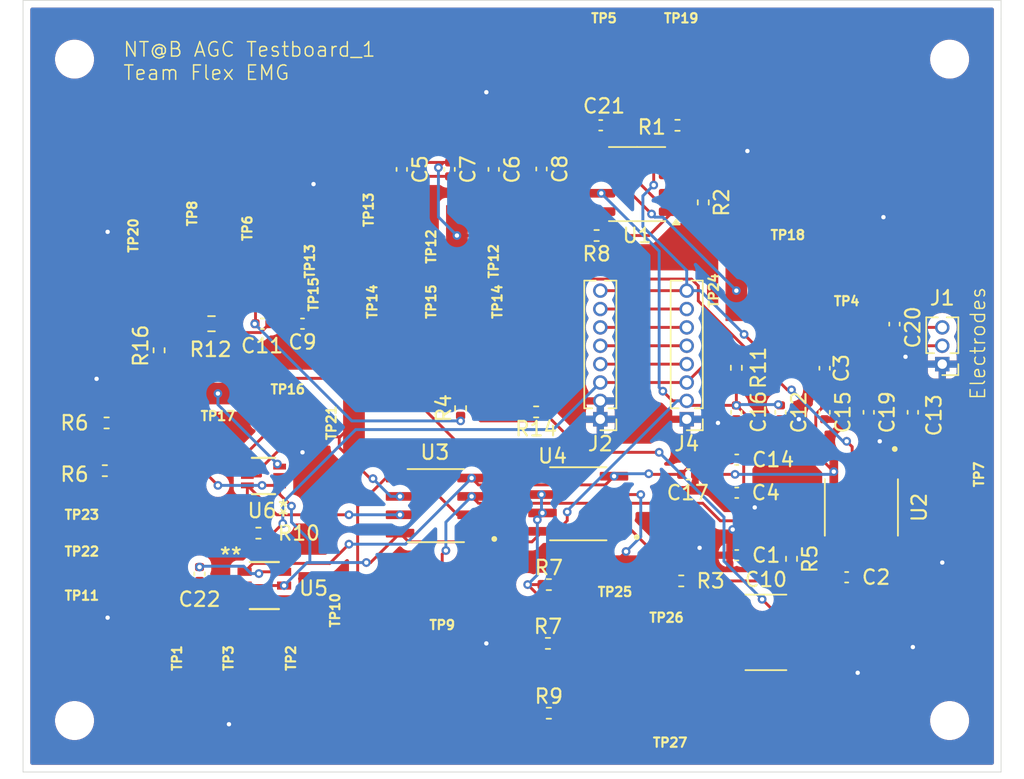
<source format=kicad_pcb>
(kicad_pcb (version 20240108) (generator "pcbnew") (generator_version "8.0")
  (layers (0 "F.Cu" signal) (31 "B.Cu" signal) (34 "B.Paste" user) (35 "F.Paste" user) (36 "B.SilkS" user "B.Silkscreen") (37 "F.SilkS" user "F.Silkscreen") (38 "B.Mask" user) (39 "F.Mask" user) (44 "Edge.Cuts" user))
  (net 0 "")
  (net 1 "GND")
  (net 2 "SK11")
  (net 3 "SK01")
  (net 4 "/LPF_IN-_CH0")
  (net 5 "-VDD")
  (net 6 "/IA_OUT_CH0")
  (net 7 "/HPF_OUT_CH0")
  (net 8 "unconnected-(C9-Pad2)")
  (net 9 "unconnected-(TP24-Pad1)")
  (net 10 "NOTCH_OUT_CH0")
  (net 11 "E2_CH0")
  (net 12 "Net-(C20-Pad1)")
  (net 13 "Net-(C21-Pad1)")
  (net 14 "E1_CH0")
  (net 15 "AOUT_CH1")
  (net 16 "AOUT_CH2")
  (net 17 "AOUT_CH0")
  (net 18 "AOUT_CH4")
  (net 19 "AOUT_CH3")
  (net 20 "/IA_IN+_CH0")
  (net 21 "/IA_IN-_CH0")
  (net 22 "SK00")
  (net 23 "unconnected-(R8-Pad1)")
  (net 24 "unconnected-(R8-Pad2)")
  (net 25 "/AMP_IN+_CH0")
  (net 26 "I2C_SDA")
  (net 27 "I2C_SCL")
  (net 28 "VDD")
  (net 29 "Net-(C9-Pad1)")
  (net 30 "Net-(R4-Pad1)")
  (net 31 "/AMP_OUT_CH0")
  (net 32 "unconnected-(TP7-Pad1)")
  (net 33 "Net-(U6-W)")
  (net 34 "Net-(U4B-+)")
  (net 35 "Net-(U4B--)")
  (net 36 "Net-(R7-Pad2)")
  (net 37 "Net-(R9-Pad2)")
  (net 38 "Net-(C10-Pad2)")
  (net 39 "Net-(U5-C1+)")
  (net 40 "Net-(U5-C1-)")
  (footprint "Connector_PinHeader_1.27mm:PinHeader_1x08_P1.27mm_Vertical" (layer "F.Cu") (at 175.006 104.14 180)
    (property "Reference" "J2")
    (property "Value" "Conn_01x08_Female")
  )
  (footprint "MountingHole:MountingHole_2.2mm_M2" (layer "F.Cu") (at 199.136 124.968)
    (property "Reference" "H1" (hide yes))
    (property "Value" "MountingHole")
  )
  (footprint "Capacitor_SMD:C_0402_1005Metric" (layer "F.Cu") (at 170.942 86.84 90)
    (property "Reference" "C8")
    (property "Value" "10uF")
  )
  (footprint "Connector_PinHeader_1.27mm:PinHeader_1x03_P1.27mm_Vertical" (layer "F.Cu") (at 198.628 100.33 180)
    (property "Reference" "J1")
    (property "Value" "Conn_01x03")
  )
  (footprint "Capacitor_SMD:C_0402_1005Metric" (layer "F.Cu") (at 190.5 103.66 90)
    (property "Reference" "C15")
    (property "Value" "0.1uF")
  )
  (footprint "Resistor_SMD:R_0402_1005Metric" (layer "F.Cu") (at 174.752 91.44 180)
    (property "Reference" "R8")
    (property "Value" "2k2")
  )
  (footprint "Capacitor_SMD:C_2220_5750Metric" (layer "F.Cu") (at 186.446 118.872)
    (property "Reference" "C10")
    (property "Value" "2uF")
  )
  (footprint "MountingHole:MountingHole_2.2mm_M2" (layer "F.Cu") (at 138.684 79.248)
    (property "Reference" "H2" (hide yes))
    (property "Value" "MountingHole")
  )
  (footprint "NT@B:LMC6492AEMXNOPB" (layer "F.Cu") (at 193.04 110.236 -90)
    (property "Reference" "U2")
    (property "Value" "LMC6492")
  )
  (footprint "Capacitor_SMD:C_0402_1005Metric" (layer "F.Cu") (at 167.64 86.868 90)
    (property "Reference" "C6")
    (property "Value" "10uF")
  )
  (footprint "Capacitor_SMD:C_0402_1005Metric" (layer "F.Cu") (at 164.592 86.868 90)
    (property "Reference" "C7")
    (property "Value" "10uF")
  )
  (footprint "NT@B:TP420X150 (TestPointAGC)" (layer "F.Cu") (at 156.718 91.44 90)
    (property "Reference" "TP13")
    (property "Value" "TestPoint")
  )
  (footprint "NT@B:TP420X150 (TestPointAGC)" (layer "F.Cu") (at 187.96 92.964)
    (property "Reference" "TP18")
    (property "Value" "TestPoint")
  )
  (footprint "NT@B:TP420X150 (TestPointAGC)" (layer "F.Cu") (at 150.876 120.65 90)
    (property "Reference" "TP3")
    (property "Value" "1 Raw")
  )
  (footprint "Capacitor_SMD:C_0402_1005Metric" (layer "F.Cu") (at 196.596 103.66 90)
    (property "Reference" "C13")
    (property "Value" "0.1uF")
  )
  (footprint "NT@B:TP420X150 (TestPointAGC)" (layer "F.Cu") (at 143.002 113.538)
    (property "Reference" "TP22")
    (property "Value" "TestPoint")
  )
  (footprint "DigiPot_1:MCP4018T-104ELT" (layer "F.Cu") (at 151.737301 108.062001 180)
    (property "Reference" "U6")
    (property "Value" "MCP4018T-104E/LT")
  )
  (footprint "NT@B:TP420X150 (TestPointAGC)" (layer "F.Cu") (at 147.32 120.65 90)
    (property "Reference" "TP1")
    (property "Value" "TestPoint")
  )
  (footprint "Capacitor_SMD:C_0402_1005Metric" (layer "F.Cu") (at 181.074 107.95 180)
    (property "Reference" "C17")
    (property "Value" "0.1uF")
  )
  (footprint "Resistor_SMD:R_0603_1608Metric" (layer "F.Cu") (at 148.145 97.536 180)
    (property "Reference" "R12")
    (property "Value" "1.35kΩ")
  )
  (footprint "Capacitor_SMD:C_0402_1005Metric" (layer "F.Cu") (at 184.404 103.66 90)
    (property "Reference" "C16")
    (property "Value" "0.1uF")
  )
  (footprint "Resistor_SMD:R_0402_1005Metric" (layer "F.Cu") (at 171.45 115.57)
    (property "Reference" "R7")
    (property "Value" "100kΩ")
  )
  (footprint "NT@B:TP420X150 (TestPointAGC)" (layer "F.Cu") (at 143.002 116.332)
    (property "Reference" "TP11")
    (property "Value" "TestPoint")
  )
  (footprint "NT@B:TP420X150 (TestPointAGC)" (layer "F.Cu") (at 153.416 103.632)
    (property "Reference" "TP16")
    (property "Value" "TestPoint")
  )
  (footprint "NT@B:TP420X150 (TestPointAGC)" (layer "F.Cu") (at 165.1 91.44 90)
    (property "Reference" "TP12")
    (property "Value" "TestPoint")
  )
  (footprint "Capacitor_SMD:C_0402_1005Metric" (layer "F.Cu") (at 184.432 106.934)
    (property "Reference" "C14")
    (property "Value" "0.1uF")
  )
  (footprint "Capacitor_SMD:C_0402_1005Metric" (layer "F.Cu") (at 193.548 103.66 90)
    (property "Reference" "C19")
    (property "Value" "1uF")
  )
  (footprint "Capacitor_SMD:C_0402_1005Metric" (layer "F.Cu") (at 184.432 109.22)
    (property "Reference" "C4")
    (property "Value" "0.1uF")
  )
  (footprint "NT@B:LMC6492AEMXNOPB" (layer "F.Cu") (at 163.641 110.109 180)
    (property "Reference" "U3")
    (property "Value" "LMC6492")
  )
  (footprint "Capacitor_SMD:C_0402_1005Metric" (layer "F.Cu") (at 192.024 115.062)
    (property "Reference" "C2")
    (property "Value" "10uF")
  )
  (footprint "MountingHole:MountingHole_2.2mm_M2" (layer "F.Cu") (at 199.136 79.248)
    (property "Reference" "H1" (hide yes))
    (property "Value" "MountingHole")
  )
  (footprint "Capacitor_SMD:C_0402_1005Metric" (layer "F.Cu") (at 190.5 100.612 -90)
    (property "Reference" "C3")
    (property "Value" "0.1uF")
  )
  (footprint "NT@B:TP420X150 (TestPointAGC)" (layer "F.Cu") (at 156.972 98.298 90)
    (property "Reference" "TP15")
    (property "Value" "TestPoint")
  )
  (footprint "Capacitor_SMD:C_0402_1005Metric" (layer "F.Cu") (at 195.326 97.564 90)
    (property "Reference" "C20")
    (property "Value" "10uF")
  )
  (footprint "Resistor_SMD:R_0402_1005Metric" (layer "F.Cu") (at 171.45 124.46)
    (property "Reference" "R9")
    (property "Value" "100kΩ")
  )
  (footprint "NT@B:TP420X150 (TestPointAGC)" (layer "F.Cu") (at 169.418 91.44 90)
    (property "Reference" "TP12")
    (property "Value" "TestPoint")
  )
  (footprint "NT@B:TP420X150 (TestPointAGC)" (layer "F.Cu") (at 199.136 107.95 90)
    (property "Reference" "TP7")
    (property "Value" "TestPoint")
  )
  (footprint "Capacitor_SMD:C_0402_1005Metric" (layer "F.Cu") (at 151.666 97.536 180)
    (property "Reference" "C11")
    (property "Value" "1uF")
  )
  (footprint "Resistor_SMD:R_0402_1005Metric" (layer "F.Cu") (at 184.404 100.582 -90)
    (property "Reference" "R11")
    (property "Value" "1k")
  )
  (footprint "Resistor_SMD:R_0402_1005Metric" (layer "F.Cu") (at 170.5737 103.632 180)
    (property "Reference" "R14")
    (property "Value" "2.7kΩ")
  )
  (footprint "NT@B:TP420X150 (TestPointAGC)" (layer "F.Cu") (at 143.002 110.744)
    (property "Reference" "TP23")
    (property "Value" "TestPoint")
  )
  (footprint "Resistor_SMD:R_0402_1005Metric" (layer "F.Cu") (at 188.214 113.79 -90)
    (property "Reference" "R5")
    (property "Value" "75R")
  )
  (footprint "Resistor_SMD:R_0402_1005Metric" (layer "F.Cu") (at 180.338 83.82)
    (property "Reference" "R1")
    (property "Value" "220k")
  )
  (footprint "NT@B:TP420X150 (TestPointAGC)" (layer "F.Cu") (at 164.084 116.078)
    (property "Reference" "TP9")
    (property "Value" "TestPoint")
  )
  (footprint "Resistor_SMD:R_0402_1005Metric" (layer "F.Cu") (at 144.526 99.3755 90)
    (property "Reference" "R16")
    (property "Value" "10kΩ")
  )
  (footprint "NT@B:TP420X150 (TestPointAGC)" (layer "F.Cu") (at 179.832 124.46)
    (property "Reference" "TP27")
    (property "Value" "TestPoint")
  )
  (footprint "Package_SO:SOIC-8_3.9x4.9mm_P1.27mm" (layer "F.Cu") (at 177.546 87.884 180)
    (property "Reference" "U1")
    (property "Value" "AD620")
  )
  (footprint "NT@B:TP420X150 (TestPointAGC)" (layer "F.Cu") (at 152.4 91.44 90)
    (property "Reference" "TP6")
    (property "Value" "1 & 2")
  )
  (footprint "NT@B:TP420X150 (TestPointAGC)" (layer "F.Cu") (at 184.404 95.25 90)
    (property "Reference" "TP24")
    (property "Value" "TestPoint")
  )
  (footprint "Resistor_SMD:R_0402_1005Metric" (layer "F.Cu") (at 151.386 112.014 180)
    (property "Reference" "R10")
    (property "Value" "1k")
  )
  (footprint "Capacitor_SMD:C_0402_1005Metric" (layer "F.Cu") (at 147.32 114.836 90)
    (property "Reference" "C22")
    (property "Value" "1uF")
  )
  (footprint "Resistor_SMD:R_0402_1005Metric" (layer "F.Cu") (at 165.354 103.378 90)
    (property "Reference" "R4")
    (property "Value" "2.7kΩ")
  )
  (footprint "NT@B:TP420X150 (TestPointAGC)" (layer "F.Cu") (at 144.526 91.694 90)
    (property "Reference" "TP20")
    (property "Value" "TestPoint")
  )
  (footprint "NT@B:TP420X150 (TestPointAGC)" (layer "F.Cu") (at 160.782 91.44 90)
    (property "Reference" "TP13")
    (property "Value" "TestPoint")
  )
  (footprint "NT@B:TP420X150 (TestPointAGC)" (layer "F.Cu") (at 157.988 104.394 90)
    (property "Reference" "TP21")
    (property "Value" "TestPoint")
  )
  (footprint "NT@B:TP420X150 (TestPointAGC)" (layer "F.Cu") (at 169.672 97.79 90)
    (property "Reference" "TP14")
    (property "Value" "TestPoint")
  )
  (footprint "Capacitor_SMD:C_0402_1005Metric" (layer "F.Cu") (at 184.432 113.538)
    (property "Reference" "C1")
    (property "Value" "10uF")
  )
  (footprint "NT@B:LMC6492AEMXNOPB" (layer "F.Cu") (at 173.482 109.982 180)
    (property "Reference" "U4")
    (property "Value" "LMC6492")
  )
  (footprint "NT@B:TP420X150 (TestPointAGC)" (layer "F.Cu") (at 176.022 114.3)
    (property "Reference" "TP25")
    (property "Value" "TestPoint")
  )
  (footprint "NT@B:TP420X150 (TestPointAGC)" (layer "F.Cu") (at 180.594 77.978)
    (property "Reference" "TP19")
    (property "Value" "TestPoint")
  )
  (footprint "NT@B:TP420X150 (TestPointAGC)" (layer "F.Cu") (at 148.59 102.362 180)
    (property "Reference" "TP17")
    (property "Value" "TestPoint")
  )
  (footprint "NT@B:TP420X150 (TestPointAGC)" (layer "F.Cu") (at 158.242 117.348 90)
    (property "Reference" "TP10")
    (property "Value" "TestPoint")
  )
  (footprint "Resistor_SMD:R_0402_1005Metric" (layer "F.Cu") (at 180.596 115.316 180)
    (property "Reference" "R3")
    (property "Value" "75R")
  )
  (footprint "Capacitor_SMD:C_0402_1005Metric" (layer "F.Cu") (at 161.29 86.868 90)
    (property "Reference" "C5")
    (property "Value" "10uF")
  )
  (footprint "NT@B:TP420X150 (TestPointAGC)" (layer "F.Cu") (at 175.26 77.978)
    (property "Reference" "TP5")
    (property "Value" "2 Raw")
  )
  (footprint "Capacitor_SMD:C_0402_1005Metric" (layer "F.Cu") (at 175.034 83.82)
    (property "Reference" "C21")
    (property "Value" "10uF")
  )
  (footprint "Resistor_SMD:R_0402_1005Metric" (layer "F.Cu") (at 182.118 89.152 90)
    (property "Reference" "R2")
    (property "Value" "220k")
  )
  (footprint "MountingHole:MountingHole_2.2mm_M2" (layer "F.Cu") (at 138.684 124.968)
    (property "Reference" "H3" (hide yes))
    (property "Value" "MountingHole")
  )
  (footprint "Connector_PinHeader_1.27mm:PinHeader_1x08_P1.27mm_Vertical" (layer "F.Cu") (at 180.975 104.14 180)
    (property "Reference" "J4")
    (property "Value" "Conn_01x08_Female")
  )
  (footprint "NT@B:TP420X150 (TestPointAGC)" (layer "F.Cu") (at 155.194 120.65 90)
    (property "Reference" "TP2")
    (property "Value" "TestPoint")
  )
  (footprint "Resistor_SMD:R_0402_1005Metric" (layer "F.Cu") (at 140.9005 104.394 180)
    (property "Reference" "R6")
    (property "Value" "10kΩ")
  )
  (footprint "Resistor_SMD:R_0402_1005Metric" (layer "F.Cu") (at 140.7775 107.696 180)
    (property "Reference" "R6")
    (property "Value" "10kΩ")
  )
  (footprint "Capacitor_SMD:C_0402_1005Metric" (layer "F.Cu") (at 154.432 97.536 180)
    (property "Reference" "C9")
    (property "Value" "1uF")
  )
  (footprint "NT@B:TP420X150 (TestPointAGC)" (layer "F.Cu") (at 148.59 91.44 90)
    (property "Reference" "TP8")
    (property "Value" "TestPoint")
  )
  (footprint "Resistor_SMD:R_0402_1005Metric" (layer "F.Cu") (at 171.3885 119.634)
    (property "Reference" "R7")
    (property "Value" "100kΩ")
  )
  (footprint "NT@B:TP420X150 (TestPointAGC)" (layer "F.Cu") (at 161.29 98.044 90)
    (property "Reference" "TP14")
    (property "Value" "TestPoint")
  )
  (footprint "NT@B:MAX1697REUT+T" (layer "F.Cu") (at 151.79675 115.635999)
    (property "Reference" "U5")
    (property "Value" "MAX1697REUT+T")
  )
  (footprint "Capacitor_SMD:C_0402_1005Metric" (layer "F.Cu") (at 187.452 103.66 90)
    (property "Reference" "C12")
    (property "Value" "0.1uF" (hide yes))
  )
  (footprint "NT@B:TP420X150 (TestPointAGC)" (layer "F.Cu") (at 165.2397 98.044 90)
    (property "Reference" "TP15")
    (property "Value" "TestPoint")
  )
  (footprint "NT@B:TP420X150 (TestPointAGC)" (layer "F.Cu") (at 192.024 97.536)
    (property "Reference" "TP4")
    (property "Value" "3 Raw")
  )
  (footprint "NT@B:TP420X150 (TestPointAGC)" (layer "F.Cu") (at 179.578 119.634)
    (property "Reference" "TP26")
    (property "Value" "TestPoint")
  )
  (gr_line (start 202.692 75.184) (end 202.692 76.454) (stroke (width 0.05)) (layer "Edge.Cuts"))
  (gr_line (start 135.128 75.184) (end 202.692 75.184) (stroke (width 0.05)) (layer "Edge.Cuts"))
  (gr_line (start 135.128 128.524) (end 135.128 75.184) (stroke (width 0.05)) (layer "Edge.Cuts"))
  (gr_line (start 202.692 76.454) (end 202.692 128.524) (stroke (width 0.05)) (layer "Edge.Cuts"))
  (gr_line (start 202.692 128.524) (end 135.128 128.524) (stroke (width 0.05)) (layer "Edge.Cuts"))
  (gr_text "NT@B AGC Testboard_1\nTeam Flex EMG" (at 141.986 80.772 0) (layer "F.SilkS") (effects (font (size 1 1) (thickness 0.1)) (justify left bottom)))
  (gr_text "Electrodes" (at 201.676 102.87 90) (layer "F.SilkS") (effects (font (size 1 1) (thickness 0.1)) (justify left bottom)))
  (segment (start 184.404 104.14) (end 183.388 104.14) (width 0.2) (layer "F.Cu") (net 1))
  (segment (start 181.554 107.95) (end 183.846 110.242) (width 0.2) (layer "F.Cu") (net 1))
  (segment (start 192.786 104.14) (end 194.31 105.664) (width 0.2) (layer "F.Cu") (net 1))
  (segment (start 181.508802 107.95) (end 181.498802 107.94) (width 0.2) (layer "F.Cu") (net 1))
  (segment (start 152.852602 108.062001) (end 153.446103 108.062001) (width 0.2) (layer "F.Cu") (net 1))
  (segment (start 183.952 109.22) (end 184.968 110.236) (width 0.2) (layer "F.Cu") (net 1))
  (segment (start 184.404 104.14) (end 184.404 104.394) (width 0.2) (layer "F.Cu") (net 1))
  (segment (start 185.668 110.242) (end 185.674 110.236) (width 0.2) (layer "F.Cu") (net 1))
  (segment (start 181.554 107.95) (end 181.508802 107.95) (width 0.2) (layer "F.Cu") (net 1))
  (segment (start 183.388 104.14) (end 183.134 104.394) (width 0.2) (layer "F.Cu") (net 1))
  (segment (start 182.372 113.538) (end 181.864 113.03) (width 0.2) (layer "F.Cu") (net 1))
  (segment (start 153.446103 108.062001) (end 154.432 107.076104) (width 0.2) (layer "F.Cu") (net 1))
  (segment (start 187.452 104.14) (end 188.722 104.14) (width 0.2) (layer "F.Cu") (net 1))
  (segment (start 183.952 113.538) (end 182.372 113.538) (width 0.2) (layer "F.Cu") (net 1))
  (segment (start 184.968 110.236) (end 185.674 110.236) (width 0.2) (layer "F.Cu") (net 1))
  (segment (start 190.5 104.14) (end 192.786 104.14) (width 0.2) (layer "F.Cu") (net 1))
  (segment (start 154.432 107.076104) (end 154.432 106.426) (width 0.2) (layer "F.Cu") (net 1))
  (segment (start 183.846 110.242) (end 185.668 110.242) (width 0.2) (layer "F.Cu") (net 1))
  (via (at 184.15 111.76) (size 0.6) (drill 0.3) (layers "F.Cu" "B.Cu") (net 1))
  (via (at 196.596 119.888) (size 0.6) (drill 0.3) (layers "F.Cu" "B.Cu") (net 1))
  (via (at 140.97 117.856) (size 0.6) (drill 0.3) (layers "F.Cu" "B.Cu") (net 1))
  (via (at 154.432 106.426) (size 0.6) (drill 0.3) (layers "F.Cu" "B.Cu") (net 1))
  (via (at 188.722 104.14) (size 0.6) (drill 0.3) (layers "F.Cu" "B.Cu") (net 1))
  (via (at 192.786 121.666) (size 0.6) (drill 0.3) (layers "F.Cu" "B.Cu") (net 1))
  (via (at 155.194 87.884) (size 0.6) (drill 0.3) (layers "F.Cu" "B.Cu") (net 1))
  (via (at 149.352 125.222) (size 0.6) (drill 0.3) (layers "F.Cu" "B.Cu") (net 1))
  (via (at 185.674 110.236) (size 0.6) (drill 0.3) (layers "F.Cu" "B.Cu") (net 1))
  (via (at 198.628 114.046) (size 0.6) (drill 0.3) (layers "F.Cu" "B.Cu") (net 1))
  (via (at 140.208 101.346) (size 0.6) (drill 0.3) (layers "F.Cu" "B.Cu") (net 1))
  (via (at 196.088 99.822) (size 0.6) (drill 0.3) (layers "F.Cu" "B.Cu") (net 1))
  (via (at 140.97 91.186) (size 0.6) (drill 0.3) (layers "F.Cu" "B.Cu") (net 1))
  (via (at 194.31 105.664) (size 0.6) (drill 0.3) (layers "F.Cu" "B.Cu") (net 1))
  (via (at 167.132 119.634) (size 0.6) (drill 0.3) (layers "F.Cu" "B.Cu") (net 1))
  (via (at 194.564 90.17) (size 0.6) (drill 0.3) (layers "F.Cu" "B.Cu") (net 1))
  (via (at 167.132 81.534) (size 0.6) (drill 0.3) (layers "F.Cu" "B.Cu") (net 1))
  (via (at 181.864 113.03) (size 0.6) (drill 0.3) (layers "F.Cu" "B.Cu") (net 1))
  (via (at 185.166 85.598) (size 0.6) (drill 0.3) (layers "F.Cu" "B.Cu") (net 1))
  (via (at 183.134 104.394) (size 0.6) (drill 0.3) (layers "F.Cu" "B.Cu") (net 1))
  (segment (start 181.864 112.776) (end 181.864 113.03) (width 0.2) (layer "B.Cu") (net 1))
  (segment (start 188.214 113.28) (end 185.17 113.28) (width 0.2) (layer "F.Cu") (net 2))
  (segment (start 185.17 113.28) (end 184.912 113.538) (width 0.2) (layer "F.Cu") (net 2))
  (segment (start 191.135 112.711) (end 190.566 113.28) (width 0.2) (layer "F.Cu") (net 2))
  (segment (start 190.566 113.28) (end 188.214 113.28) (width 0.2) (layer "F.Cu") (net 2))
  (segment (start 188.214 115.062) (end 191.544 115.062) (width 0.2) (layer "F.Cu") (net 3))
  (segment (start 187.198 115.316) (end 188.214 114.3) (width 0.2) (layer "F.Cu") (net 3))
  (segment (start 181.106 115.316) (end 187.198 115.316) (width 0.2) (layer "F.Cu") (net 3))
  (segment (start 188.214 114.3) (end 188.214 115.062) (width 0.2) (layer "F.Cu") (net 3))
  (segment (start 192.405 112.711) (end 193.675 112.711) (width 0.2) (layer "F.Cu") (net 4))
  (segment (start 182.083001 109.947) (end 183.296001 111.16) (width 0.2) (layer "F.Cu") (net 4))
  (segment (start 192.504 112.81) (end 192.405 112.711) (width 0.2) (layer "F.Cu") (net 4))
  (segment (start 192.504 115.062) (end 192.504 112.81) (width 0.2) (layer "F.Cu") (net 4))
  (segment (start 192.405 111.721001) (end 192.405 112.706) (width 0.2) (layer "F.Cu") (net 4))
  (segment (start 164.084 116.078) (end 164.084 113.468) (width 0.2) (layer "F.Cu") (net 4))
  (segment (start 166.589 109.947) (end 182.083001 109.947) (width 0.2) (layer "F.Cu") (net 4))
  (segment (start 166.116 109.474) (end 166.589 109.947) (width 0.2) (layer "F.Cu") (net 4))
  (segment (start 191.843999 111.16) (end 192.405 111.721001) (width 0.2) (layer "F.Cu") (net 4))
  (segment (start 164.084 113.468) (end 164.338 113.214) (width 0.2) (layer "F.Cu") (net 4))
  (segment (start 183.296001 111.16) (end 191.843999 111.16) (width 0.2) (layer "F.Cu") (net 4))
  (segment (start 192.405 112.711) (end 192.405 111.736001) (width 0.2) (layer "F.Cu") (net 4))
  (via (at 166.116 109.474) (size 0.6) (drill 0.3) (layers "F.Cu" "B.Cu") (net 4))
  (via (at 164.338 113.214) (size 0.6) (drill 0.3) (layers "F.Cu" "B.Cu") (net 4))
  (segment (start 164.338 111.252) (end 166.116 109.474) (width 0.2) (layer "B.Cu") (net 4))
  (segment (start 164.338 113.214) (end 164.338 111.252) (width 0.2) (layer "B.Cu") (net 4))
  (segment (start 150.4315 114.685998) (end 151.0109 114.106598) (width 0.2) (layer "F.Cu") (net 5))
  (segment (start 182.490134 107.95) (end 184.312 107.95) (width 0.2) (layer "F.Cu") (net 5))
  (segment (start 190.5 103.18) (end 189.89 103.79) (width 0.2) (layer "F.Cu") (net 5))
  (segment (start 153.162 114.106598) (end 156.311402 114.106598) (width 0.2) (layer "F.Cu") (net 5))
  (segment (start 180.021 85.979) (end 179.046001 85.979) (width 0.2) (layer "F.Cu") (net 5))
  (segment (start 151.0109 114.106598) (end 153.162 114.106598) (width 0.2) (layer "F.Cu") (net 5))
  (segment (start 180.594 107.95) (end 181.204 107.34) (width 0.2) (layer "F.Cu") (net 5))
  (segment (start 175.357 108.677) (end 175.957 108.077) (width 0.2) (layer "F.Cu") (net 5))
  (segment (start 181.204 107.34) (end 181.880134 107.34) (width 0.2) (layer "F.Cu") (net 5))
  (segment (start 190.5 101.092) (end 190.5 103.18) (width 0.2) (layer "F.Cu") (net 5))
  (segment (start 193.548 103.18) (end 190.5 103.18) (width 0.2) (layer "F.Cu") (net 5))
  (segment (start 178.39453 107.95) (end 178.351265 107.906735) (width 0.2) (layer "F.Cu") (net 5))
  (segment (start 193.548 103.18) (end 196.596 103.18) (width 0.2) (layer "F.Cu") (net 5))
  (segment (start 180.594 107.95) (end 178.39453 107.95) (width 0.2) (layer "F.Cu") (net 5))
  (segment (start 156.311402 114.106598) (end 157.642 112.776) (width 0.2) (layer "F.Cu") (net 5))
  (segment (start 179.046001 85.979) (end 178.694186 86.330815) (width 0.2) (layer "F.Cu") (net 5))
  (segment (start 166.589 108.677) (end 175.357 108.677) (width 0.2) (layer "F.Cu") (net 5))
  (segment (start 180.975 95.25) (end 175.006 95.25) (width 0.2) (layer "F.Cu") (net 5))
  (segment (start 166.116 108.204) (end 166.589 108.677) (width 0.2) (layer "F.Cu") (net 5))
  (segment (start 187.75853 101.092) (end 184.938265 98.271735) (width 0.2) (layer "F.Cu") (net 5))
  (segment (start 181.880134 107.34) (end 182.490134 107.95) (width 0.2) (layer "F.Cu") (net 5))
  (segment (start 189.89 106.516) (end 191.135 107.761) (width 0.2) (layer "F.Cu") (net 5))
  (segment (start 189.89 103.79) (end 189.89 106.516) (width 0.2) (layer "F.Cu") (net 5))
  (segment (start 190.5 101.092) (end 187.75853 101.092) (width 0.2) (layer "F.Cu") (net 5))
  (segment (start 178.694186 86.330815) (end 178.694186 87.952596) (width 0.2) (layer "F.Cu") (net 5))
  (via (at 178.694186 87.952596) (size 0.6) (drill 0.3) (layers "F.Cu" "B.Cu") (net 5))
  (via (at 175.957 108.077) (size 0.6) (drill 0.3) (layers "F.Cu" "B.Cu") (net 5))
  (via (at 184.938265 98.271735) (size 0.6) (drill 0.3) (layers "F.Cu" "B.Cu") (net 5))
  (via (at 184.312 107.95) (size 0.6) (drill 0.3) (layers "F.Cu" "B.Cu") (net 5))
  (via (at 157.642 112.776) (size 0.6) (drill 0.3) (layers "F.Cu" "B.Cu") (net 5))
  (via (at 166.116 108.204) (size 0.6) (drill 0.3) (layers "F.Cu" "B.Cu") (net 5))
  (via (at 178.351265 107.906735) (size 0.6) (drill 0.3) (layers "F.Cu" "B.Cu") (net 5))
  (via (at 191.135 107.761) (size 0.6) (drill 0.3) (layers "F.Cu" "B.Cu") (net 5))
  (segment (start 177.946001 88.700781) (end 177.946001 90.824001) (width 0.2) (layer "B.Cu") (net 5))
  (segment (start 184.938265 98.271735) (end 181.91653 95.25) (width 0.2) (layer "B.Cu") (net 5))
  (segment (start 178.351265 107.906735) (end 176.127265 107.906735) (width 0.2) (layer "B.Cu") (net 5))
  (segment (start 161.544 112.776) (end 166.116 108.204) (width 0.2) (layer "B.Cu") (net 5))
  (segment (start 177.946001 90.824001) (end 180.975 93.853) (width 0.2) (layer "B.Cu") (net 5))
  (segment (start 180.975 93.853) (end 180.975 95.25) (width 0.2) (layer "B.Cu") (net 5))
  (segment (start 181.91653 95.25) (end 180.975 95.25) (width 0.2) (layer "B.Cu") (net 5))
  (segment (start 157.642 112.776) (end 161.544 112.776) (width 0.2) (layer "B.Cu") (net 5))
  (segment (start 178.694186 87.952596) (end 177.946001 88.700781) (width 0.2) (layer "B.Cu") (net 5))
  (segment (start 184.312 107.95) (end 190.946 107.95) (width 0.2) (layer "B.Cu") (net 5))
  (segment (start 190.946 107.95) (end 191.135 107.761) (width 0.2) (layer "B.Cu") (net 5))
  (segment (start 176.127265 107.906735) (end 175.957 108.077) (width 0.2) (layer "B.Cu") (net 5))
  (segment (start 152.4 91.44) (end 156.718 91.44) (width 0.2) (layer "F.Cu") (net 6))
  (segment (start 170.914 87.348) (end 170.942 87.32) (width 0.2) (layer "F.Cu") (net 6))
  (segment (start 171.069 87.249) (end 175.071 87.249) (width 0.2) (layer "F.Cu") (net 6))
  (segment (start 161.29 90.678) (end 161.29 87.348) (width 0.2) (layer "F.Cu") (net 6))
  (segment (start 170.942 87.32) (end 170.998 87.32) (width 0.2) (layer "F.Cu") (net 6))
  (segment (start 156.718 91.44) (end 160.782 91.44) (width 0.2) (layer "F.Cu") (net 6))
  (segment (start 161.29 87.348) (end 164.592 87.348) (width 0.2) (layer "F.Cu") (net 6))
  (segment (start 167.64 87.348) (end 170.914 87.348) (width 0.2) (layer "F.Cu") (net 6))
  (segment (start 160.782 91.186) (end 161.29 90.678) (width 0.2) (layer "F.Cu") (net 6))
  (segment (start 164.592 87.348) (end 167.64 87.348) (width 0.2) (layer "F.Cu") (net 6))
  (segment (start 160.782 91.44) (end 160.782 91.186) (width 0.2) (layer "F.Cu") (net 6))
  (segment (start 170.998 87.32) (end 171.069 87.249) (width 0.2) (layer "F.Cu") (net 6))
  (segment (start 164.592 86.388) (end 167.64 86.388) (width 0.2) (layer "F.Cu") (net 7))
  (segment (start 172.428 94.45) (end 169.418 91.44) (width 0.2) (layer "F.Cu") (net 7))
  (segment (start 192.024 105.664) (end 192.405 106.045) (width 0.2) (layer "F.Cu") (net 7))
  (segment (start 188.214 102.108) (end 187.926 102.108) (width 0.2) (layer "F.Cu") (net 7))
  (segment (start 161.29 86.388) (end 164.592 86.388) (width 0.2) (layer "F.Cu") (net 7))
  (segment (start 187.926 102.108) (end 181.775 95.957) (width 0.2) (layer "F.Cu") (net 7))
  (segment (start 192.405 107.761) (end 192.405 108.735999) (width 0.2) (layer "F.Cu") (net 7))
  (segment (start 181.775 95.957) (end 181.775 94.918629) (width 0.2) (layer "F.Cu") (net 7))
  (segment (start 169.418 91.44) (end 165.1 91.44) (width 0.2) (layer "F.Cu") (net 7))
  (segment (start 181.306371 94.45) (end 172.428 94.45) (width 0.2) (layer "F.Cu") (net 7))
  (segment (start 192.405 106.045) (end 192.405 107.766) (width 0.2) (layer "F.Cu") (net 7))
  (segment (start 181.775 94.918629) (end 181.306371 94.45) (width 0.2) (layer "F.Cu") (net 7))
  (segment (start 170.914 86.388) (end 170.942 86.36) (width 0.2) (layer "F.Cu") (net 7))
  (segment (start 164.182003 86.388) (end 163.822003 86.748) (width 0.2) (layer "F.Cu") (net 7))
  (segment (start 167.64 86.388) (end 170.914 86.388) (width 0.2) (layer "F.Cu") (net 7))
  (segment (start 164.592 86.388) (end 164.182003 86.388) (width 0.2) (layer "F.Cu") (net 7))
  (via (at 165.1 91.44) (size 0.6) (drill 0.3) (layers "F.Cu" "B.Cu") (net 7))
  (via (at 192.024 105.664) (size 0.6) (drill 0.3) (layers "F.Cu" "B.Cu") (net 7))
  (via (at 188.214 102.108) (size 0.6) (drill 0.3) (layers "F.Cu" "B.Cu") (net 7))
  (via (at 163.822003 86.748) (size 0.6) (drill 0.3) (layers "F.Cu" "B.Cu") (net 7))
  (segment (start 163.822003 86.748) (end 163.822003 90.162003) (width 0.2) (layer "B.Cu") (net 7))
  (segment (start 191.77 105.664) (end 192.024 105.664) (width 0.2) (layer "B.Cu") (net 7))
  (segment (start 188.214 102.108) (end 191.77 105.664) (width 0.2) (layer "B.Cu") (net 7))
  (segment (start 163.822003 90.162003) (end 165.1 91.44) (width 0.2) (layer "B.Cu") (net 7))
  (segment (start 151.536 98.146) (end 152.146 97.536) (width 0.2) (layer "F.Cu") (net 8))
  (segment (start 148.97 97.536) (end 149.58 98.146) (width 0.2) (layer "F.Cu") (net 8))
  (segment (start 149.58 98.146) (end 151.536 98.146) (width 0.2) (layer "F.Cu") (net 8))
  (segment (start 153.952 97.536) (end 152.146 97.536) (width 0.2) (layer "F.Cu") (net 8))
  (segment (start 176.045999 85.979) (end 176.983 86.916001) (width 0.2) (layer "F.Cu") (net 9))
  (segment (start 189.286 100.132) (end 184.404 95.25) (width 0.2) (layer "F.Cu") (net 9))
  (segment (start 176.983 88.388616) (end 178.546001 89.951617) (width 0.2) (layer "F.Cu") (net 9))
  (segment (start 176.983 86.916001) (end 176.983 88.388616) (width 0.2) (layer "F.Cu") (net 9))
  (segment (start 175.071 85.979) (end 176.045999 85.979) (width 0.2) (layer "F.Cu") (net 9))
  (segment (start 190.5 100.132) (end 189.286 100.132) (width 0.2) (layer "F.Cu") (net 9))
  (via (at 184.404 95.25) (size 0.6) (drill 0.3) (layers "F.Cu" "B.Cu") (net 9))
  (via (at 178.546001 89.951617) (size 0.6) (drill 0.3) (layers "F.Cu" "B.Cu") (net 9))
  (segment (start 178.546001 89.951617) (end 178.764384 90.17) (width 0.2) (layer "B.Cu") (net 9))
  (segment (start 178.764384 90.17) (end 179.324 90.17) (width 0.2) (layer "B.Cu") (net 9))
  (segment (start 179.324 90.17) (end 184.404 95.25) (width 0.2) (layer "B.Cu") (net 9))
  (segment (start 177.8 109.347) (end 175.952 109.347) (width 0.2) (layer "F.Cu") (net 10))
  (segment (start 176.022 114.3) (end 176.022 114.046) (width 0.2) (layer "F.Cu") (net 10))
  (segment (start 176.022 114.046) (end 176.784 113.284) (width 0.2) (layer "F.Cu") (net 10))
  (via (at 177.8 109.347) (size 0.6) (drill 0.3) (layers "F.Cu" "B.Cu") (net 10))
  (via (at 176.784 113.284) (size 0.6) (drill 0.3) (layers "F.Cu" "B.Cu") (net 10))
  (segment (start 176.784 113.284) (end 177.8 112.268) (width 0.2) (layer "B.Cu") (net 10))
  (segment (start 177.8 112.268) (end 177.8 109.347) (width 0.2) (layer "B.Cu") (net 10))
  (segment (start 187.96 92.964) (end 191.206 92.964) (width 0.2) (layer "F.Cu") (net 11))
  (segment (start 191.206 92.964) (end 195.326 97.084) (width 0.2) (layer "F.Cu") (net 11))
  (segment (start 182.118 89.662) (end 184.658 89.662) (width 0.2) (layer "F.Cu") (net 11))
  (segment (start 184.658 89.662) (end 187.96 92.964) (width 0.2) (layer "F.Cu") (net 11))
  (segment (start 195.834 98.044) (end 196.088 97.79) (width 0.2) (layer "F.Cu") (net 12))
  (segment (start 198.374 98.044) (end 198.628 97.79) (width 0.2) (layer "F.Cu") (net 12))
  (segment (start 195.326 98.044) (end 195.834 98.044) (width 0.2) (layer "F.Cu") (net 12))
  (segment (start 192.024 97.536) (end 194.818 97.536) (width 0.2) (layer "F.Cu") (net 12))
  (segment (start 196.088 97.79) (end 198.628 97.79) (width 0.2) (layer "F.Cu") (net 12))
  (segment (start 194.818 97.536) (end 195.326 98.044) (width 0.2) (layer "F.Cu") (net 12))
  (segment (start 174.554 83.82) (end 177.383 86.649) (width 0.2) (layer "F.Cu") (net 13))
  (segment (start 175.26 83.114) (end 174.554 83.82) (width 0.2) (layer "F.Cu") (net 13))
  (segment (start 190.0205 99.06) (end 198.628 99.06) (width 0.2) (layer "F.Cu") (net 13))
  (segment (start 177.383 86.649) (end 177.383 87.496552) (width 0.2) (layer "F.Cu") (net 13))
  (segment (start 179.075448 89.189) (end 181.036552 89.189) (width 0.2) (layer "F.Cu") (net 13))
  (segment (start 185.454 94.4935) (end 185.454 92.85) (width 0.2) (layer "F.Cu") (net 13))
  (segment (start 181.036552 89.189) (end 181.498 89.650448) (width 0.2) (layer "F.Cu") (net 13))
  (segment (start 181.498 90.182924) (end 181.498 89.650448) (width 0.2) (layer "F.Cu") (net 13))
  (segment (start 184.165076 92.85) (end 181.498 90.182924) (width 0.2) (layer "F.Cu") (net 13))
  (segment (start 175.26 77.978) (end 175.26 83.114) (width 0.2) (layer "F.Cu") (net 13))
  (segment (start 185.454 92.85) (end 184.165076 92.85) (width 0.2) (layer "F.Cu") (net 13))
  (segment (start 177.383 87.496552) (end 179.075448 89.189) (width 0.2) (layer "F.Cu") (net 13))
  (segment (start 190.0205 99.06) (end 185.454 94.4935) (width 0.2) (layer "F.Cu") (net 13))
  (segment (start 179.828 83.82) (end 175.514 83.82) (width 0.2) (layer "F.Cu") (net 14))
  (segment (start 180.594 83.054) (end 179.828 83.82) (width 0.2) (layer "F.Cu") (net 14))
  (segment (start 180.594 77.978) (end 180.594 83.054) (width 0.2) (layer "F.Cu") (net 14))
  (segment (start 175.006 100.33) (end 180.975 100.33) (width 0.2) (layer "F.Cu") (net 15))
  (segment (start 175.006 99.06) (end 180.975 99.06) (width 0.2) (layer "F.Cu") (net 16))
  (segment (start 184.404 100.072) (end 182.503 100.072) (width 0.2) (layer "F.Cu") (net 17))
  (segment (start 151.896 112.014) (end 152.4 112.014) (width 0.2) (layer "F.Cu") (net 17))
  (segment (start 152.4 112.014) (end 153.07 111.344) (width 0.2) (layer "F.Cu") (net 17))
  (segment (start 175.006 101.6) (end 180.975 101.6) (width 0.2) (layer "F.Cu") (net 17))
  (segment (start 182.503 100.072) (end 180.975 101.6) (width 0.2) (layer "F.Cu") (net 17))
  (via (at 153.07 111.344) (size 0.6) (drill 0.3) (layers "F.Cu" "B.Cu") (net 17))
  (segment (start 158.111171 104.8543) (end 171.7517 104.8543) (width 0.2) (layer "B.Cu") (net 17))
  (segment (start 153.07 111.344) (end 153.07 109.895471) (width 0.2) (layer "B.Cu") (net 17))
  (segment (start 153.07 109.895471) (end 158.111171 104.8543) (width 0.2) (layer "B.Cu") (net 17))
  (segment (start 171.7517 104.8543) (end 175.006 101.6) (width 0.2) (layer "B.Cu") (net 17))
  (segment (start 175.006 96.52) (end 180.975 96.52) (width 0.2) (layer "F.Cu") (net 18))
  (segment (start 175.006 97.79) (end 180.975 97.79) (width 0.2) (layer "F.Cu") (net 19))
  (segment (start 180.366552 87.249) (end 180.021 87.249) (width 0.2) (layer "F.Cu") (net 20))
  (segment (start 180.848 83.82) (end 181.296 84.268) (width 0.2) (layer "F.Cu") (net 20))
  (segment (start 181.296 84.268) (end 181.296 86.319552) (width 0.2) (layer "F.Cu") (net 20))
  (segment (start 181.296 86.319552) (end 180.366552 87.249) (width 0.2) (layer "F.Cu") (net 20))
  (segment (start 180.144 88.642) (end 180.021 88.519) (width 0.2) (layer "F.Cu") (net 21))
  (segment (start 182.118 88.642) (end 180.144 88.642) (width 0.2) (layer "F.Cu") (net 21))
  (segment (start 175.957 110.617) (end 180.086 114.746) (width 0.2) (layer "F.Cu") (net 22))
  (segment (start 180.086 114.746) (end 180.086 115.316) (width 0.2) (layer "F.Cu") (net 22))
  (segment (start 175.262 91.44) (end 178.37 91.44) (width 0.2) (layer "F.Cu") (net 23))
  (segment (start 178.37 91.44) (end 180.021 89.789) (width 0.2) (layer "F.Cu") (net 23))
  (segment (start 175.071 89.789) (end 175.071 90.611) (width 0.2) (layer "F.Cu") (net 24))
  (segment (start 175.071 90.611) (end 174.242 91.44) (width 0.2) (layer "F.Cu") (net 24))
  (segment (start 162.601001 108.204) (end 160.191001 108.204) (width 0.2) (layer "F.Cu") (net 25))
  (segment (start 158.242 110.153001) (end 158.242 117.348) (width 0.2) (layer "F.Cu") (net 25))
  (segment (start 160.191001 108.204) (end 158.242 110.153001) (width 0.2) (layer "F.Cu") (net 25))
  (segment (start 165.141001 110.744) (end 162.601001 108.204) (width 0.2) (layer "F.Cu") (net 25))
  (segment (start 166.116 110.744) (end 165.141001 110.744) (width 0.2) (layer "F.Cu") (net 25))
  (segment (start 166.116 112.014) (end 166.116 110.744) (width 0.2) (layer "F.Cu") (net 25))
  (segment (start 150.622 106.426) (end 153.416 103.632) (width 0.2) (layer "F.Cu") (net 26))
  (segment (start 150.622 107.412002) (end 150.622 106.426) (width 0.2) (layer "F.Cu") (net 26))
  (segment (start 152.852602 107.386602) (end 152.697265 107.231265) (width 0.2) (layer "F.Cu") (net 27))
  (segment (start 152.852602 107.412002) (end 152.852602 107.386602) (width 0.2) (layer "F.Cu") (net 27))
  (via (at 152.697265 107.231265) (size 0.6) (drill 0.3) (layers "F.Cu" "B.Cu") (net 27))
  (via (at 148.59 102.362) (size 0.6) (drill 0.3) (layers "F.Cu" "B.Cu") (net 27))
  (segment (start 152.697265 107.231265) (end 148.59 103.124) (width 0.2) (layer "B.Cu") (net 27))
  (segment (start 148.59 103.124) (end 148.59 102.362) (width 0.2) (layer "B.Cu") (net 27))
  (segment (start 159.134 114.046) (end 158.842 114.046) (width 0.2) (layer "F.Cu") (net 28))
  (segment (start 152.852602 108.712) (end 152.852602 109.326602) (width 0.2) (layer "F.Cu") (net 28))
  (segment (start 179.994 102.87) (end 179.324 102.2) (width 0.2) (layer "F.Cu") (net 28))
  (segment (start 180.975 102.87) (end 179.994 102.87) (width 0.2) (layer "F.Cu") (net 28))
  (segment (start 172.72 111.148999) (end 172.72 110.547) (width 0.2) (layer "F.Cu") (net 28))
  (segment (start 170.28 112.614) (end 171.007 111.887) (width 0.2) (layer "F.Cu") (net 28))
  (segment (start 150.4315 115.635999) (end 153.162 115.635999) (width 0.2) (layer "F.Cu") (net 28))
  (segment (start 161.766 112.614) (end 170.28 112.614) (width 0.2) (layer "F.Cu") (net 28))
  (segment (start 185.014 103.79) (end 185.014 106.832) (width 0.2) (layer "F.Cu") (net 28))
  (segment (start 192.748 109.436) (end 194.945 111.633) (width 0.2) (layer "F.Cu") (net 28))
  (segment (start 184.912 109.22) (end 185.128 109.436) (width 0.2) (layer "F.Cu") (net 28))
  (segment (start 161.166 112.014) (end 159.134 114.046) (width 0.2) (layer "F.Cu") (net 28))
  (segment (start 152.852602 109.326602) (end 153.67 110.144) (width 0.2) (layer "F.Cu") (net 28))
  (segment (start 151.638 108.712) (end 152.852602 108.712) (width 0.2) (layer "F.Cu") (net 28))
  (segment (start 194.945 111.633) (end 194.945 112.711) (width 0.2) (layer "F.Cu") (net 28))
  (segment (start 184.404 103.18) (end 181.285 103.18) (width 0.2) (layer "F.Cu") (net 28))
  (segment (start 187.452 103.18) (end 187.354448 103.18) (width 0.2) (layer "F.Cu") (net 28))
  (segment (start 141.2875 107.696) (end 141.2875 104.517) (width 0.2) (layer "F.Cu") (net 28))
  (segment (start 171.007 111.887) (end 171.981999 111.887) (width 0.2) (layer "F.Cu") (net 28))
  (segment (start 141.2875 104.517) (end 141.4105 104.394) (width 0.2) (layer "F.Cu") (net 28))
  (segment (start 161.166 112.014) (end 161.766 112.614) (width 0.2) (layer "F.Cu") (net 28))
  (segment (start 184.404 101.092) (end 184.404 103.18) (width 0.2) (layer "F.Cu") (net 28))
  (segment (start 187.354448 103.18) (end 187.298448 103.124) (width 0.2) (layer "F.Cu") (net 28))
  (segment (start 171.981999 111.887) (end 172.72 111.148999) (width 0.2) (layer "F.Cu") (net 28))
  (segment (start 147.574 107.696) (end 148.59 108.712) (width 0.2) (layer "F.Cu") (net 28))
  (segment (start 184.912 106.934) (end 184.912 109.22) (width 0.2) (layer "F.Cu") (net 28))
  (segment (start 184.404 103.18) (end 185.014 103.79) (width 0.2) (layer "F.Cu") (net 28))
  (segment (start 185.128 109.436) (end 192.748 109.436) (width 0.2) (layer "F.Cu") (net 28))
  (segment (start 181.285 103.18) (end 180.975 102.87) (width 0.2) (layer "F.Cu") (net 28))
  (segment (start 141.2875 107.696) (end 147.574 107.696) (width 0.2) (layer "F.Cu") (net 28))
  (segment (start 185.014 106.832) (end 184.912 106.934) (width 0.2) (layer "F.Cu") (net 28))
  (via (at 151.638 108.712) (size 0.6) (drill 0.3) (layers "F.Cu" "B.Cu") (net 28))
  (via (at 187.298448 103.124) (size 0.6) (drill 0.3) (layers "F.Cu" "B.Cu") (net 28))
  (via (at 158.842 114.046) (size 0.6) (drill 0.3) (layers "F.Cu" "B.Cu") (net 28))
  (via (at 175.071 88.519) (size 0.6) (drill 0.3) (layers "F.Cu" "B.Cu") (net 28))
  (via (at 153.67 110.144) (size 0.6) (drill 0.3) (layers "F.Cu" "B.Cu") (net 28))
  (via (at 153.162 115.635999) (size 0.6) (drill 0.3) (layers "F.Cu" "B.Cu") (net 28))
  (via (at 184.404 103.18) (size 0.6) (drill 0.3) (layers "F.Cu" "B.Cu") (net 28))
  (via (at 179.324 102.2) (size 0.6) (drill 0.3) (layers "F.Cu" "B.Cu") (net 28))
  (via (at 172.72 110.547) (size 0.6) (drill 0.3) (layers "F.Cu" "B.Cu") (net 28))
  (via (at 148.59 108.712) (size 0.6) (drill 0.3) (layers "F.Cu" "B.Cu") (net 28))
  (segment (start 154.94 114.046) (end 154.751999 114.046) (width 0.2) (layer "B.Cu") (net 28))
  (segment (start 180.315471 102.87) (end 180.975 102.87) (width 0.2) (layer "B.Cu") (net 28))
  (segment (start 153.67 111.252) (end 154.94 112.522) (width 0.2) (layer "B.Cu") (net 28))
  (segment (start 172.72 110.547) (end 172.72 110.465471) (width 0.2) (layer "B.Cu") (net 28))
  (segment (start 154.94 112.522) (end 154.94 114.046) (width 0.2) (layer "B.Cu") (net 28))
  (segment (start 184.46 103.124) (end 184.404 103.18) (width 0.2) (layer "B.Cu") (net 28))
  (segment (start 187.298448 103.124) (end 184.46 103.124) (width 0.2) (layer "B.Cu") (net 28))
  (segment (start 179.07 92.518) (end 175.071 88.519) (width 0.2) (layer "B.Cu") (net 28))
  (segment (start 154.751999 114.046) (end 153.162 115.635999) (width 0.2) (layer "B.Cu") (net 28))
  (segment (start 179.324 102.2) (end 179.07 101.946) (width 0.2) (layer "B.Cu") (net 28))
  (segment (start 179.07 101.946) (end 179.07 92.518) (width 0.2) (layer "B.Cu") (net 28))
  (segment (start 148.59 108.712) (end 151.562302 108.712) (width 0.2) (layer "B.Cu") (net 28))
  (segment (start 158.842 114.046) (end 154.94 114.046) (width 0.2) (layer "B.Cu") (net 28))
  (segment (start 153.67 110.144) (end 153.67 111.252) (width 0.2) (layer "B.Cu") (net 28))
  (segment (start 172.72 110.465471) (end 180.315471 102.87) (width 0.2) (layer "B.Cu") (net 28))
  (segment (start 157.48 98.044) (end 161.29 98.044) (width 0.2) (layer "F.Cu") (net 29))
  (segment (start 169.6974 103.632) (end 169.6974 97.8154) (width 0.2) (layer "F.Cu") (net 29))
  (segment (start 165.4937 97.79) (end 165.2397 98.044) (width 0.2) (layer "F.Cu") (net 29))
  (segment (start 161.036 98.044) (end 160.782 98.298) (width 0.2) (layer "F.Cu") (net 29))
  (segment (start 157.226 98.298) (end 157.48 98.044) (width 0.2) (layer "F.Cu") (net 29))
  (segment (start 165.862 98.044) (end 166.116 97.79) (width 0.2) (layer "F.Cu") (net 29))
  (segment (start 154.912 97.536) (end 156.21 97.536) (width 0.2) (layer "F.Cu") (net 29))
  (segment (start 161.29 98.044) (end 165.2397 98.044) (width 0.2) (layer "F.Cu") (net 29))
  (segment (start 156.972 98.298) (end 157.226 98.298) (width 0.2) (layer "F.Cu") (net 29))
  (segment (start 169.6974 97.8154) (end 169.672 97.79) (width 0.2) (layer "F.Cu") (net 29))
  (segment (start 165.2397 98.044) (end 165.862 98.044) (width 0.2) (layer "F.Cu") (net 29))
  (segment (start 156.21 97.536) (end 156.972 98.298) (width 0.2) (layer "F.Cu") (net 29))
  (segment (start 161.29 98.044) (end 161.036 98.044) (width 0.2) (layer "F.Cu") (net 29))
  (segment (start 166.116 97.79) (end 169.672 97.79) (width 0.2) (layer "F.Cu") (net 29))
  (segment (start 151.14 97.536) (end 151.13 97.546) (width 0.2) (layer "F.Cu") (net 30))
  (segment (start 144.78 91.44) (end 144.526 91.694) (width 0.2) (layer "F.Cu") (net 30))
  (segment (start 151.186 97.536) (end 151.14 97.536) (width 0.2) (layer "F.Cu") (net 30))
  (segment (start 151.186 94.036) (end 148.59 91.44) (width 0.2) (layer "F.Cu") (net 30))
  (segment (start 151.186 97.536) (end 151.186 94.036) (width 0.2) (layer "F.Cu") (net 30))
  (segment (start 148.59 91.44) (end 144.78 91.44) (width 0.2) (layer "F.Cu") (net 30))
  (via (at 151.13 97.546) (size 0.6) (drill 0.3) (layers "F.Cu" "B.Cu") (net 30))
  (via (at 165.354 104.2543) (size 0.6) (drill 0.3) (layers "F.Cu" "B.Cu") (net 30))
  (segment (start 151.13 97.546) (end 157.8383 104.2543) (width 0.2) (layer "B.Cu") (net 30))
  (segment (start 157.8383 104.2543) (end 165.354 104.2543) (width 0.2) (layer "B.Cu") (net 30))
  (segment (start 150.622 108.712) (end 150.622 111.76) (width 0.2) (layer "F.Cu") (net 31))
  (segment (start 152.654 110.744) (end 157.642 110.744) (width 0.2) (layer "F.Cu") (net 31))
  (segment (start 143.002 113.538) (end 143.002 116.332) (width 0.2) (layer "F.Cu") (net 31))
  (segment (start 149.606 110.744) (end 150.876 112.014) (width 0.2) (layer "F.Cu") (net 31))
  (segment (start 143.002 110.744) (end 143.002 113.538) (width 0.2) (layer "F.Cu") (net 31))
  (segment (start 143.002 110.744) (end 149.606 110.744) (width 0.2) (layer "F.Cu") (net 31))
  (segment (start 150.622 111.76) (end 150.876 112.014) (width 0.2) (layer "F.Cu") (net 31))
  (segment (start 150.622 108.712) (end 152.654 110.744) (width 0.2) (layer "F.Cu") (net 31))
  (via (at 161.166 110.744) (size 0.6) (drill 0.3) (layers "F.Cu" "B.Cu") (net 31))
  (via (at 157.642 110.744) (size 0.6) (drill 0.3) (layers "F.Cu" "B.Cu") (net 31))
  (segment (start 157.642 110.744) (end 161.166 110.744) (width 0.2) (layer "B.Cu") (net 31))
  (segment (start 195.134 107.95) (end 194.945 107.761) (width 0.2) (layer "F.Cu") (net 32))
  (segment (start 194.945 107.761) (end 193.675 107.761) (width 0.2) (layer "F.Cu") (net 32))
  (segment (start 199.136 107.95) (end 195.134 107.95) (width 0.2) (layer "F.Cu") (net 32))
  (segment (start 159.121104 108.246236) (end 159.300236 108.246236) (width 0.2) (layer "F.Cu") (net 33))
  (segment (start 157.0276 105.3544) (end 157.988 104.394) (width 0.2) (layer "F.Cu") (net 33))
  (segment (start 153.7256 105.3544) (end 156.972 105.3544) (width 0.2) (layer "F.Cu") (net 33))
  (segment (start 150.622 108.062001) (end 151.525999 108.062001) (width 0.2) (layer "F.Cu") (net 33))
  (segment (start 156.972 105.3544) (end 157.0276 105.3544) (width 0.2) (layer "F.Cu") (net 33))
  (segment (start 151.525999 107.554001) (end 153.7256 105.3544) (width 0.2) (layer "F.Cu") (net 33))
  (segment (start 156.972 106.097132) (end 159.121104 108.246236) (width 0.2) (layer "F.Cu") (net 33))
  (segment (start 151.525999 108.062001) (end 151.525999 107.554001) (width 0.2) (layer "F.Cu") (net 33))
  (segment (start 156.972 105.3544) (end 156.972 106.097132) (width 0.2) (layer "F.Cu") (net 33))
  (via (at 161.166 109.474) (size 0.6) (drill 0.3) (layers "F.Cu" "B.Cu") (net 33))
  (via (at 159.300236 108.246236) (size 0.6) (drill 0.3) (layers "F.Cu" "B.Cu") (net 33))
  (segment (start 160.528 109.474) (end 161.166 109.474) (width 0.2) (layer "B.Cu") (net 33))
  (segment (start 159.300236 108.246236) (end 160.528 109.474) (width 0.2) (layer "B.Cu") (net 33))
  (segment (start 140.3905 104.8305) (end 140.2675 104.9535) (width 0.2) (layer "F.Cu") (net 34))
  (segment (start 170.372 107.442) (end 171.007 108.077) (width 0.2) (layer "F.Cu") (net 34))
  (segment (start 166.8368 107.442) (end 170.372 107.442) (width 0.2) (layer "F.Cu") (net 34))
  (segment (start 145.9525 101.312) (end 144.526 99.8855) (width 0.2) (layer "F.Cu") (net 34))
  (segment (start 144.526 100.2585) (end 140.3905 104.394) (width 0.2) (layer "F.Cu") (net 34))
  (segment (start 160.7068 101.312) (end 145.9525 101.312) (width 0.2) (layer "F.Cu") (net 34))
  (segment (start 140.3905 104.394) (end 140.3905 104.8305) (width 0.2) (layer "F.Cu") (net 34))
  (segment (start 144.526 99.8855) (end 144.526 100.2585) (width 0.2) (layer "F.Cu") (net 34))
  (segment (start 166.8368 107.442) (end 160.7068 101.312) (width 0.2) (layer "F.Cu") (net 34))
  (segment (start 140.2675 104.9535) (end 140.2675 107.696) (width 0.2) (layer "F.Cu") (net 34))
  (segment (start 170.94 119.886) (end 170.94 124.46) (width 0.2) (layer "F.Cu") (net 35))
  (segment (start 170.8785 119.634) (end 170.8785 119.8245) (width 0.2) (layer "F.Cu") (net 35))
  (segment (start 169.9875 115.57) (end 170.8785 116.461) (width 0.2) (layer "F.Cu") (net 35))
  (segment (start 171.007 110.617) (end 171.007 110.734637) (width 0.2) (layer "F.Cu") (net 35))
  (segment (start 170.8785 119.8245) (end 170.94 119.886) (width 0.2) (layer "F.Cu") (net 35))
  (segment (start 171.007 109.347) (end 170.942 109.347) (width 0.2) (layer "F.Cu") (net 35))
  (segment (start 169.9875 115.57) (end 170.94 115.57) (width 0.2) (layer "F.Cu") (net 35))
  (segment (start 171.007 110.734637) (end 170.654636 111.087001) (width 0.2) (layer "F.Cu") (net 35))
  (segment (start 170.8785 116.461) (end 170.8785 119.634) (width 0.2) (layer "F.Cu") (net 35))
  (via (at 169.9875 115.57) (size 0.6) (drill 0.3) (layers "F.Cu" "B.Cu") (net 35))
  (via (at 170.942 109.347) (size 0.6) (drill 0.3) (layers "F.Cu" "B.Cu") (net 35))
  (via (at 170.654636 111.087001) (size 0.6) (drill 0.3) (layers "F.Cu" "B.Cu") (net 35))
  (via (at 171.007 110.617) (size 0.6) (drill 0.3) (layers "F.Cu" "B.Cu") (net 35))
  (segment (start 170.942 110.552) (end 171.007 110.617) (width 0.2) (layer "B.Cu") (net 35))
  (segment (start 170.654636 111.087001) (end 170.654636 114.902864) (width 0.2) (layer "B.Cu") (net 35))
  (segment (start 170.942 109.347) (end 170.942 110.552) (width 0.2) (layer "B.Cu") (net 35))
  (segment (start 170.654636 114.902864) (end 169.9875 115.57) (width 0.2) (layer "B.Cu") (net 35))
  (segment (start 171.96 119.5725) (end 171.8985 119.634) (width 0.2) (layer "F.Cu") (net 36))
  (segment (start 179.578 119.634) (end 171.8985 119.634) (width 0.2) (layer "F.Cu") (net 36))
  (segment (start 171.96 115.57) (end 171.96 119.5725) (width 0.2) (layer "F.Cu") (net 36))
  (segment (start 171.96 124.46) (end 179.832 124.46) (width 0.2) (layer "F.Cu") (net 37))
  (segment (start 173.8777 106.426) (end 171.0837 103.632) (width 0.2) (layer "F.Cu") (net 38))
  (segment (start 179.07 106.426) (end 173.8777 106.426) (width 0.2) (layer "F.Cu") (net 38))
  (segment (start 170.4637 104.252) (end 171.0837 103.632) (width 0.2) (layer "F.Cu") (net 38))
  (segment (start 188.976 118.618) (end 188.214 118.618) (width 0.2) (layer "F.Cu") (net 38))
  (segment (start 166.738 104.252) (end 170.4637 104.252) (width 0.2) (layer "F.Cu") (net 38))
  (segment (start 188.996 118.872) (end 188.996 118.638) (width 0.2) (layer "F.Cu") (net 38))
  (segment (start 188.996 118.638) (end 188.976 118.618) (width 0.2) (layer "F.Cu") (net 38))
  (segment (start 188.214 118.618) (end 186.182 116.586) (width 0.2) (layer "F.Cu") (net 38))
  (segment (start 165.354 102.868) (end 166.738 104.252) (width 0.2) (layer "F.Cu") (net 38))
  (via (at 186.182 116.586) (size 0.6) (drill 0.3) (layers "F.Cu" "B.Cu") (net 38))
  (via (at 179.07 106.426) (size 0.6) (drill 0.3) (layers "F.Cu" "B.Cu") (net 38))
  (segment (start 183.55 110.906) (end 179.07 106.426) (width 0.2) (layer "B.Cu") (net 38))
  (segment (start 183.55 113.954) (end 183.55 110.906) (width 0.2) (layer "B.Cu") (net 38))
  (segment (start 186.182 116.586) (end 183.55 113.954) (width 0.2) (layer "B.Cu") (net 38))
  (segment (start 153.162 114.685998) (end 151.542454 114.685998) (width 0.2) (layer "F.Cu") (net 39))
  (segment (start 151.542454 114.685998) (end 151.420452 114.808) (width 0.2) (layer "F.Cu") (net 39))
  (via (at 147.32 114.356) (size 0.6) (drill 0.3) (layers "F.Cu" "B.Cu") (net 39))
  (via (at 151.420452 114.808) (size 0.6) (drill 0.3) (layers "F.Cu" "B.Cu") (net 39))
  (segment (start 150.876 114.808) (end 150.368 114.3) (width 0.2) (layer "B.Cu") (net 39))
  (segment (start 147.32 114.3) (end 147.32 114.356) (width 0.2) (layer "B.Cu") (net 39))
  (segment (start 150.368 114.3) (end 147.32 114.3) (width 0.2) (layer "B.Cu") (net 39))
  (segment (start 151.420452 114.808) (end 150.876 114.808) (width 0.2) (layer "B.Cu") (net 39))
  (segment (start 147.32 115.316) (end 148.59 116.586) (width 0.2) (layer "F.Cu") (net 40))
  (segment (start 148.59 116.586) (end 150.4315 116.586) (width 0.2) (layer "F.Cu") (net 40))
  (zone (net 1) (net_name "GND") (layer "F.Cu") (connect_pads (clearance 0.5)) (min_thickness 0.25) (fill yes (thermal_gap 0.5) (thermal_bridge_width 0.5))
    (polygon (pts (xy 202.692 75.184) (xy 135.128 75.184) (xy 135.128 128.524) (xy 202.692 128.524)))
  )
  (zone (net 1) (net_name "GND") (layer "B.Cu") (priority 1) (connect_pads (clearance 0.5)) (min_thickness 0.25) (fill yes (thermal_gap 0.5) (thermal_bridge_width 0.5))
    (polygon (pts (xy 202.692 75.184) (xy 135.128 75.184) (xy 135.128 128.524) (xy 202.692 128.524)))
  )
)
</source>
